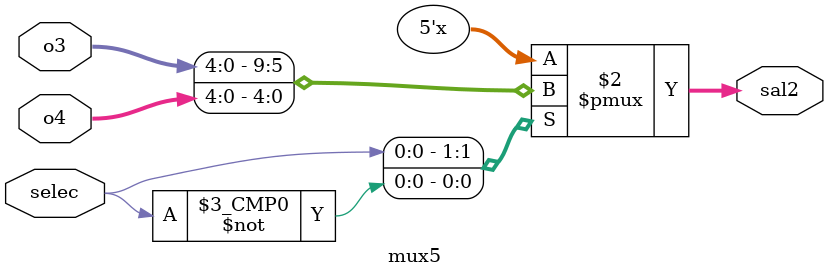
<source format=v>
`timescale 1ns/1ns
module mux5(
	input [4:0] o3,
	input [4:0] o4,
	input selec,
	output reg [4:0] sal2
);
always @* begin
	case(selec)
		1'b1: sal2 = o3;
		1'b0: sal2 = o4;
	endcase
end
endmodule

</source>
